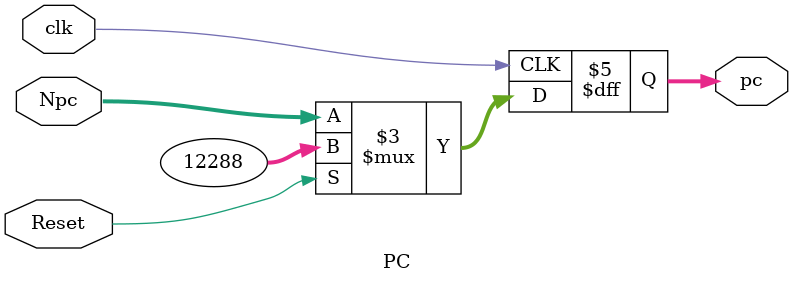
<source format=v>
/*PC主要功能是完成输出当前指令地址并保存下一条指令地址。
复位后，PC指向0x0000_3000，此处为第一条指令的地址。*/
`define PC_Initial 32'h0000_3000
module PC (Npc,clk,Reset,pc);
	input [31:0] Npc;//下条指令的地址
	input clk,Reset;//时钟，复位，功能信号定义
	output reg[31:0] pc;//32位指令存储器地址(当然可以将最低2位省略)

	initial 
		begin
			pc = `PC_Initial;
		end
	always @(posedge clk) 
		begin
			pc <= (Reset==1) ? `PC_Initial : Npc;
		end
endmodule
</source>
